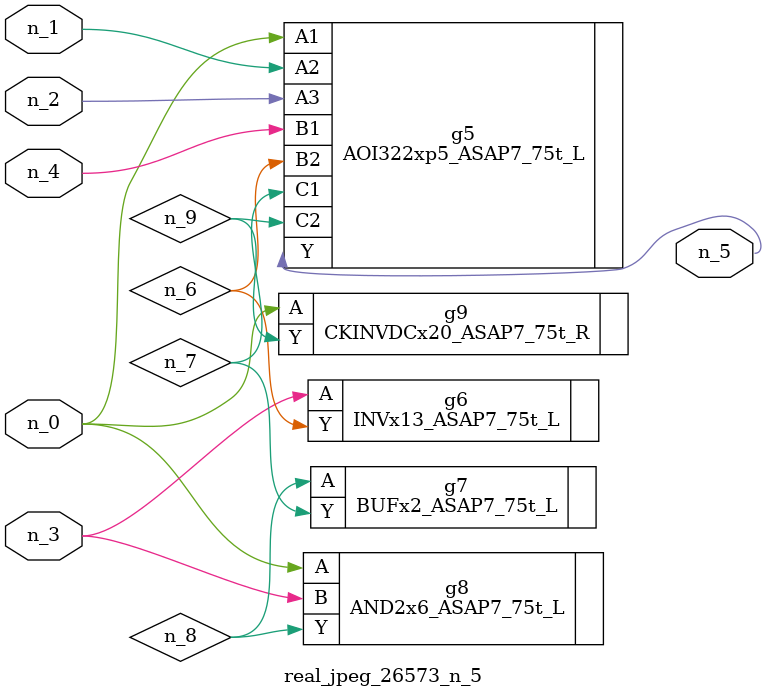
<source format=v>
module real_jpeg_26573_n_5 (n_4, n_0, n_1, n_2, n_3, n_5);

input n_4;
input n_0;
input n_1;
input n_2;
input n_3;

output n_5;

wire n_8;
wire n_6;
wire n_7;
wire n_9;

AOI322xp5_ASAP7_75t_L g5 ( 
.A1(n_0),
.A2(n_1),
.A3(n_2),
.B1(n_4),
.B2(n_6),
.C1(n_7),
.C2(n_9),
.Y(n_5)
);

AND2x6_ASAP7_75t_L g8 ( 
.A(n_0),
.B(n_3),
.Y(n_8)
);

CKINVDCx20_ASAP7_75t_R g9 ( 
.A(n_0),
.Y(n_9)
);

INVx13_ASAP7_75t_L g6 ( 
.A(n_3),
.Y(n_6)
);

BUFx2_ASAP7_75t_L g7 ( 
.A(n_8),
.Y(n_7)
);


endmodule
</source>
